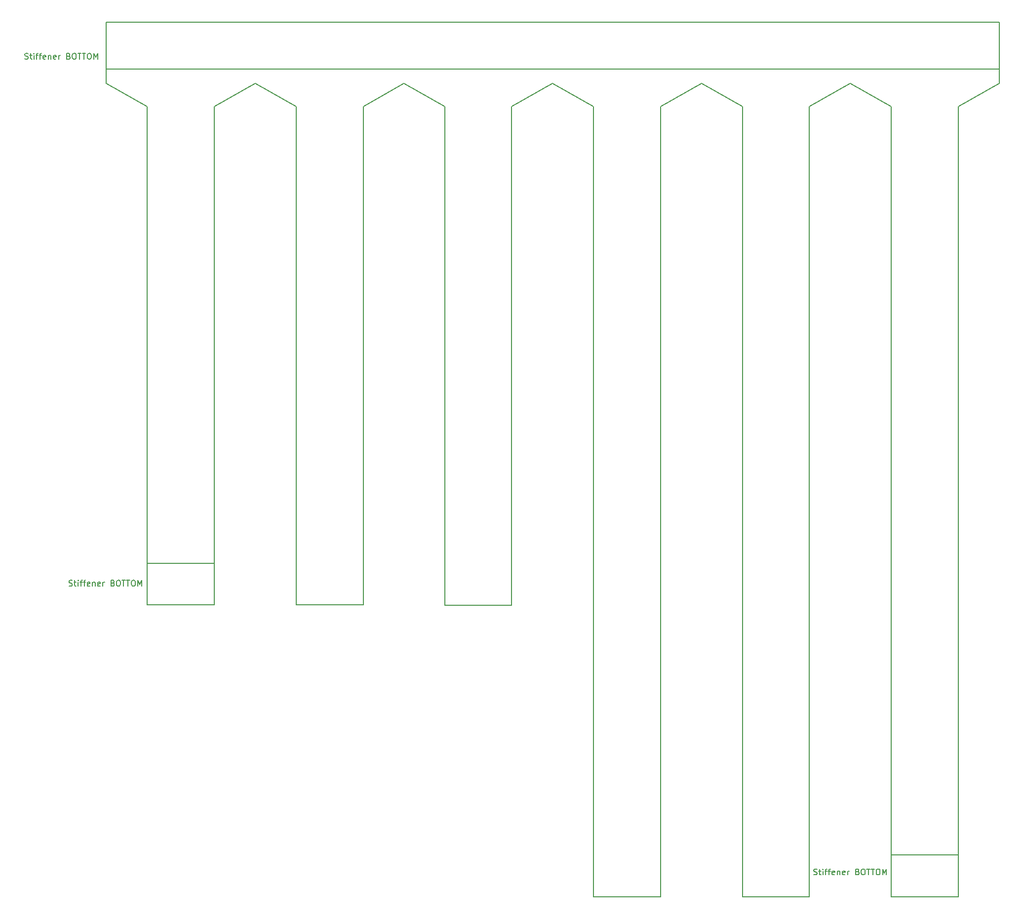
<source format=gbr>
%TF.GenerationSoftware,KiCad,Pcbnew,5.1.5+dfsg1-2~bpo10+1*%
%TF.CreationDate,2020-08-19T00:00:04+02:00*%
%TF.ProjectId,antmicro-alvium-flex-csi-adapter,616e746d-6963-4726-9f2d-616c7669756d,1.0.1*%
%TF.SameCoordinates,Original*%
%TF.FileFunction,Other,Fab,Bot*%
%FSLAX46Y46*%
G04 Gerber Fmt 4.6, Leading zero omitted, Abs format (unit mm)*
G04 Created by KiCad (PCBNEW 5.1.5+dfsg1-2~bpo10+1) date 2020-08-19 00:00:04 commit e5c3baf*
%MOMM*%
%LPD*%
G04 APERTURE LIST*
%ADD10C,0.150000*%
G04 APERTURE END LIST*
D10*
X296459500Y-214832000D02*
X285059500Y-214832000D01*
X271719095Y-211045761D02*
X271861952Y-211093380D01*
X272100047Y-211093380D01*
X272195285Y-211045761D01*
X272242904Y-210998142D01*
X272290523Y-210902904D01*
X272290523Y-210807666D01*
X272242904Y-210712428D01*
X272195285Y-210664809D01*
X272100047Y-210617190D01*
X271909571Y-210569571D01*
X271814333Y-210521952D01*
X271766714Y-210474333D01*
X271719095Y-210379095D01*
X271719095Y-210283857D01*
X271766714Y-210188619D01*
X271814333Y-210141000D01*
X271909571Y-210093380D01*
X272147666Y-210093380D01*
X272290523Y-210141000D01*
X272576238Y-210426714D02*
X272957190Y-210426714D01*
X272719095Y-210093380D02*
X272719095Y-210950523D01*
X272766714Y-211045761D01*
X272861952Y-211093380D01*
X272957190Y-211093380D01*
X273290523Y-211093380D02*
X273290523Y-210426714D01*
X273290523Y-210093380D02*
X273242904Y-210141000D01*
X273290523Y-210188619D01*
X273338142Y-210141000D01*
X273290523Y-210093380D01*
X273290523Y-210188619D01*
X273623857Y-210426714D02*
X274004809Y-210426714D01*
X273766714Y-211093380D02*
X273766714Y-210236238D01*
X273814333Y-210141000D01*
X273909571Y-210093380D01*
X274004809Y-210093380D01*
X274195285Y-210426714D02*
X274576238Y-210426714D01*
X274338142Y-211093380D02*
X274338142Y-210236238D01*
X274385761Y-210141000D01*
X274481000Y-210093380D01*
X274576238Y-210093380D01*
X275290523Y-211045761D02*
X275195285Y-211093380D01*
X275004809Y-211093380D01*
X274909571Y-211045761D01*
X274861952Y-210950523D01*
X274861952Y-210569571D01*
X274909571Y-210474333D01*
X275004809Y-210426714D01*
X275195285Y-210426714D01*
X275290523Y-210474333D01*
X275338142Y-210569571D01*
X275338142Y-210664809D01*
X274861952Y-210760047D01*
X275766714Y-210426714D02*
X275766714Y-211093380D01*
X275766714Y-210521952D02*
X275814333Y-210474333D01*
X275909571Y-210426714D01*
X276052428Y-210426714D01*
X276147666Y-210474333D01*
X276195285Y-210569571D01*
X276195285Y-211093380D01*
X277052428Y-211045761D02*
X276957190Y-211093380D01*
X276766714Y-211093380D01*
X276671476Y-211045761D01*
X276623857Y-210950523D01*
X276623857Y-210569571D01*
X276671476Y-210474333D01*
X276766714Y-210426714D01*
X276957190Y-210426714D01*
X277052428Y-210474333D01*
X277100047Y-210569571D01*
X277100047Y-210664809D01*
X276623857Y-210760047D01*
X277528619Y-211093380D02*
X277528619Y-210426714D01*
X277528619Y-210617190D02*
X277576238Y-210521952D01*
X277623857Y-210474333D01*
X277719095Y-210426714D01*
X277814333Y-210426714D01*
X279242904Y-210569571D02*
X279385761Y-210617190D01*
X279433380Y-210664809D01*
X279481000Y-210760047D01*
X279481000Y-210902904D01*
X279433380Y-210998142D01*
X279385761Y-211045761D01*
X279290523Y-211093380D01*
X278909571Y-211093380D01*
X278909571Y-210093380D01*
X279242904Y-210093380D01*
X279338142Y-210141000D01*
X279385761Y-210188619D01*
X279433380Y-210283857D01*
X279433380Y-210379095D01*
X279385761Y-210474333D01*
X279338142Y-210521952D01*
X279242904Y-210569571D01*
X278909571Y-210569571D01*
X280100047Y-210093380D02*
X280290523Y-210093380D01*
X280385761Y-210141000D01*
X280481000Y-210236238D01*
X280528619Y-210426714D01*
X280528619Y-210760047D01*
X280481000Y-210950523D01*
X280385761Y-211045761D01*
X280290523Y-211093380D01*
X280100047Y-211093380D01*
X280004809Y-211045761D01*
X279909571Y-210950523D01*
X279861952Y-210760047D01*
X279861952Y-210426714D01*
X279909571Y-210236238D01*
X280004809Y-210141000D01*
X280100047Y-210093380D01*
X280814333Y-210093380D02*
X281385761Y-210093380D01*
X281100047Y-211093380D02*
X281100047Y-210093380D01*
X281576238Y-210093380D02*
X282147666Y-210093380D01*
X281861952Y-211093380D02*
X281861952Y-210093380D01*
X282671476Y-210093380D02*
X282861952Y-210093380D01*
X282957190Y-210141000D01*
X283052428Y-210236238D01*
X283100047Y-210426714D01*
X283100047Y-210760047D01*
X283052428Y-210950523D01*
X282957190Y-211045761D01*
X282861952Y-211093380D01*
X282671476Y-211093380D01*
X282576238Y-211045761D01*
X282481000Y-210950523D01*
X282433380Y-210760047D01*
X282433380Y-210426714D01*
X282481000Y-210236238D01*
X282576238Y-210141000D01*
X282671476Y-210093380D01*
X283528619Y-211093380D02*
X283528619Y-210093380D01*
X283861952Y-210807666D01*
X284195285Y-210093380D01*
X284195285Y-211093380D01*
X296436000Y-207636000D02*
X285036000Y-207636000D01*
X285016000Y-214846000D02*
X296516000Y-214846000D01*
X303536000Y-64736000D02*
X303536000Y-75260000D01*
X278009000Y-75260000D02*
X285016000Y-79260000D01*
X296516000Y-79260000D02*
X303536000Y-75260000D01*
X285016000Y-214846000D02*
X285016000Y-79260000D01*
X296516000Y-214846000D02*
X296516000Y-79260000D01*
X136440095Y-71040761D02*
X136582952Y-71088380D01*
X136821047Y-71088380D01*
X136916285Y-71040761D01*
X136963904Y-70993142D01*
X137011523Y-70897904D01*
X137011523Y-70802666D01*
X136963904Y-70707428D01*
X136916285Y-70659809D01*
X136821047Y-70612190D01*
X136630571Y-70564571D01*
X136535333Y-70516952D01*
X136487714Y-70469333D01*
X136440095Y-70374095D01*
X136440095Y-70278857D01*
X136487714Y-70183619D01*
X136535333Y-70136000D01*
X136630571Y-70088380D01*
X136868666Y-70088380D01*
X137011523Y-70136000D01*
X137297238Y-70421714D02*
X137678190Y-70421714D01*
X137440095Y-70088380D02*
X137440095Y-70945523D01*
X137487714Y-71040761D01*
X137582952Y-71088380D01*
X137678190Y-71088380D01*
X138011523Y-71088380D02*
X138011523Y-70421714D01*
X138011523Y-70088380D02*
X137963904Y-70136000D01*
X138011523Y-70183619D01*
X138059142Y-70136000D01*
X138011523Y-70088380D01*
X138011523Y-70183619D01*
X138344857Y-70421714D02*
X138725809Y-70421714D01*
X138487714Y-71088380D02*
X138487714Y-70231238D01*
X138535333Y-70136000D01*
X138630571Y-70088380D01*
X138725809Y-70088380D01*
X138916285Y-70421714D02*
X139297238Y-70421714D01*
X139059142Y-71088380D02*
X139059142Y-70231238D01*
X139106761Y-70136000D01*
X139202000Y-70088380D01*
X139297238Y-70088380D01*
X140011523Y-71040761D02*
X139916285Y-71088380D01*
X139725809Y-71088380D01*
X139630571Y-71040761D01*
X139582952Y-70945523D01*
X139582952Y-70564571D01*
X139630571Y-70469333D01*
X139725809Y-70421714D01*
X139916285Y-70421714D01*
X140011523Y-70469333D01*
X140059142Y-70564571D01*
X140059142Y-70659809D01*
X139582952Y-70755047D01*
X140487714Y-70421714D02*
X140487714Y-71088380D01*
X140487714Y-70516952D02*
X140535333Y-70469333D01*
X140630571Y-70421714D01*
X140773428Y-70421714D01*
X140868666Y-70469333D01*
X140916285Y-70564571D01*
X140916285Y-71088380D01*
X141773428Y-71040761D02*
X141678190Y-71088380D01*
X141487714Y-71088380D01*
X141392476Y-71040761D01*
X141344857Y-70945523D01*
X141344857Y-70564571D01*
X141392476Y-70469333D01*
X141487714Y-70421714D01*
X141678190Y-70421714D01*
X141773428Y-70469333D01*
X141821047Y-70564571D01*
X141821047Y-70659809D01*
X141344857Y-70755047D01*
X142249619Y-71088380D02*
X142249619Y-70421714D01*
X142249619Y-70612190D02*
X142297238Y-70516952D01*
X142344857Y-70469333D01*
X142440095Y-70421714D01*
X142535333Y-70421714D01*
X143963904Y-70564571D02*
X144106761Y-70612190D01*
X144154380Y-70659809D01*
X144202000Y-70755047D01*
X144202000Y-70897904D01*
X144154380Y-70993142D01*
X144106761Y-71040761D01*
X144011523Y-71088380D01*
X143630571Y-71088380D01*
X143630571Y-70088380D01*
X143963904Y-70088380D01*
X144059142Y-70136000D01*
X144106761Y-70183619D01*
X144154380Y-70278857D01*
X144154380Y-70374095D01*
X144106761Y-70469333D01*
X144059142Y-70516952D01*
X143963904Y-70564571D01*
X143630571Y-70564571D01*
X144821047Y-70088380D02*
X145011523Y-70088380D01*
X145106761Y-70136000D01*
X145202000Y-70231238D01*
X145249619Y-70421714D01*
X145249619Y-70755047D01*
X145202000Y-70945523D01*
X145106761Y-71040761D01*
X145011523Y-71088380D01*
X144821047Y-71088380D01*
X144725809Y-71040761D01*
X144630571Y-70945523D01*
X144582952Y-70755047D01*
X144582952Y-70421714D01*
X144630571Y-70231238D01*
X144725809Y-70136000D01*
X144821047Y-70088380D01*
X145535333Y-70088380D02*
X146106761Y-70088380D01*
X145821047Y-71088380D02*
X145821047Y-70088380D01*
X146297238Y-70088380D02*
X146868666Y-70088380D01*
X146582952Y-71088380D02*
X146582952Y-70088380D01*
X147392476Y-70088380D02*
X147582952Y-70088380D01*
X147678190Y-70136000D01*
X147773428Y-70231238D01*
X147821047Y-70421714D01*
X147821047Y-70755047D01*
X147773428Y-70945523D01*
X147678190Y-71040761D01*
X147582952Y-71088380D01*
X147392476Y-71088380D01*
X147297238Y-71040761D01*
X147202000Y-70945523D01*
X147154380Y-70755047D01*
X147154380Y-70421714D01*
X147202000Y-70231238D01*
X147297238Y-70136000D01*
X147392476Y-70088380D01*
X148249619Y-71088380D02*
X148249619Y-70088380D01*
X148582952Y-70802666D01*
X148916285Y-70088380D01*
X148916285Y-71088380D01*
X168902000Y-157636000D02*
X157502000Y-157636000D01*
X168962000Y-164776000D02*
X157452000Y-164776000D01*
X168952000Y-79250000D02*
X175929000Y-75250000D01*
X150402000Y-64736000D02*
X150402000Y-75250000D01*
X157452000Y-164786000D02*
X168952000Y-164786000D01*
X157452000Y-164786000D02*
X157452000Y-79250000D01*
X144010095Y-161490761D02*
X144152952Y-161538380D01*
X144391047Y-161538380D01*
X144486285Y-161490761D01*
X144533904Y-161443142D01*
X144581523Y-161347904D01*
X144581523Y-161252666D01*
X144533904Y-161157428D01*
X144486285Y-161109809D01*
X144391047Y-161062190D01*
X144200571Y-161014571D01*
X144105333Y-160966952D01*
X144057714Y-160919333D01*
X144010095Y-160824095D01*
X144010095Y-160728857D01*
X144057714Y-160633619D01*
X144105333Y-160586000D01*
X144200571Y-160538380D01*
X144438666Y-160538380D01*
X144581523Y-160586000D01*
X144867238Y-160871714D02*
X145248190Y-160871714D01*
X145010095Y-160538380D02*
X145010095Y-161395523D01*
X145057714Y-161490761D01*
X145152952Y-161538380D01*
X145248190Y-161538380D01*
X145581523Y-161538380D02*
X145581523Y-160871714D01*
X145581523Y-160538380D02*
X145533904Y-160586000D01*
X145581523Y-160633619D01*
X145629142Y-160586000D01*
X145581523Y-160538380D01*
X145581523Y-160633619D01*
X145914857Y-160871714D02*
X146295809Y-160871714D01*
X146057714Y-161538380D02*
X146057714Y-160681238D01*
X146105333Y-160586000D01*
X146200571Y-160538380D01*
X146295809Y-160538380D01*
X146486285Y-160871714D02*
X146867238Y-160871714D01*
X146629142Y-161538380D02*
X146629142Y-160681238D01*
X146676761Y-160586000D01*
X146772000Y-160538380D01*
X146867238Y-160538380D01*
X147581523Y-161490761D02*
X147486285Y-161538380D01*
X147295809Y-161538380D01*
X147200571Y-161490761D01*
X147152952Y-161395523D01*
X147152952Y-161014571D01*
X147200571Y-160919333D01*
X147295809Y-160871714D01*
X147486285Y-160871714D01*
X147581523Y-160919333D01*
X147629142Y-161014571D01*
X147629142Y-161109809D01*
X147152952Y-161205047D01*
X148057714Y-160871714D02*
X148057714Y-161538380D01*
X148057714Y-160966952D02*
X148105333Y-160919333D01*
X148200571Y-160871714D01*
X148343428Y-160871714D01*
X148438666Y-160919333D01*
X148486285Y-161014571D01*
X148486285Y-161538380D01*
X149343428Y-161490761D02*
X149248190Y-161538380D01*
X149057714Y-161538380D01*
X148962476Y-161490761D01*
X148914857Y-161395523D01*
X148914857Y-161014571D01*
X148962476Y-160919333D01*
X149057714Y-160871714D01*
X149248190Y-160871714D01*
X149343428Y-160919333D01*
X149391047Y-161014571D01*
X149391047Y-161109809D01*
X148914857Y-161205047D01*
X149819619Y-161538380D02*
X149819619Y-160871714D01*
X149819619Y-161062190D02*
X149867238Y-160966952D01*
X149914857Y-160919333D01*
X150010095Y-160871714D01*
X150105333Y-160871714D01*
X151533904Y-161014571D02*
X151676761Y-161062190D01*
X151724380Y-161109809D01*
X151772000Y-161205047D01*
X151772000Y-161347904D01*
X151724380Y-161443142D01*
X151676761Y-161490761D01*
X151581523Y-161538380D01*
X151200571Y-161538380D01*
X151200571Y-160538380D01*
X151533904Y-160538380D01*
X151629142Y-160586000D01*
X151676761Y-160633619D01*
X151724380Y-160728857D01*
X151724380Y-160824095D01*
X151676761Y-160919333D01*
X151629142Y-160966952D01*
X151533904Y-161014571D01*
X151200571Y-161014571D01*
X152391047Y-160538380D02*
X152581523Y-160538380D01*
X152676761Y-160586000D01*
X152772000Y-160681238D01*
X152819619Y-160871714D01*
X152819619Y-161205047D01*
X152772000Y-161395523D01*
X152676761Y-161490761D01*
X152581523Y-161538380D01*
X152391047Y-161538380D01*
X152295809Y-161490761D01*
X152200571Y-161395523D01*
X152152952Y-161205047D01*
X152152952Y-160871714D01*
X152200571Y-160681238D01*
X152295809Y-160586000D01*
X152391047Y-160538380D01*
X153105333Y-160538380D02*
X153676761Y-160538380D01*
X153391047Y-161538380D02*
X153391047Y-160538380D01*
X153867238Y-160538380D02*
X154438666Y-160538380D01*
X154152952Y-161538380D02*
X154152952Y-160538380D01*
X154962476Y-160538380D02*
X155152952Y-160538380D01*
X155248190Y-160586000D01*
X155343428Y-160681238D01*
X155391047Y-160871714D01*
X155391047Y-161205047D01*
X155343428Y-161395523D01*
X155248190Y-161490761D01*
X155152952Y-161538380D01*
X154962476Y-161538380D01*
X154867238Y-161490761D01*
X154772000Y-161395523D01*
X154724380Y-161205047D01*
X154724380Y-160871714D01*
X154772000Y-160681238D01*
X154867238Y-160586000D01*
X154962476Y-160538380D01*
X155819619Y-161538380D02*
X155819619Y-160538380D01*
X156152952Y-161252666D01*
X156486285Y-160538380D01*
X156486285Y-161538380D01*
X168952000Y-164786000D02*
X168952000Y-79250000D01*
X150402000Y-75250000D02*
X157452000Y-79250000D01*
X233949000Y-214846000D02*
X233949000Y-79260000D01*
X150409500Y-64781500D02*
X303508000Y-64781500D01*
X150409500Y-72782500D02*
X303508000Y-72782500D01*
X252469000Y-75260000D02*
X259489000Y-79260000D01*
X270989000Y-214846000D02*
X270989000Y-79260000D01*
X259489000Y-214846000D02*
X270989000Y-214846000D01*
X259489000Y-214846000D02*
X259489000Y-79260000D01*
X270989000Y-79260000D02*
X278009000Y-75260000D01*
X226949000Y-75250000D02*
X233949000Y-79260000D01*
X233949000Y-214846000D02*
X245449000Y-214846000D01*
X245449000Y-214846000D02*
X245449000Y-79260000D01*
X245449000Y-79260000D02*
X252469000Y-75260000D01*
X208429000Y-79250000D02*
X201429000Y-75250000D01*
X219929000Y-79250000D02*
X226949000Y-75250000D01*
X208429000Y-164836000D02*
X208429000Y-79250000D01*
X219929000Y-164836000D02*
X219929000Y-79250000D01*
X208429000Y-164836000D02*
X219929000Y-164836000D01*
X194479000Y-79250000D02*
X201429000Y-75250000D01*
X175929000Y-75250000D02*
X182979000Y-79250000D01*
X194479000Y-164786000D02*
X194479000Y-79250000D01*
X182979000Y-164786000D02*
X182979000Y-79250000D01*
X182979000Y-164786000D02*
X194479000Y-164786000D01*
X150402000Y-64736000D02*
X303536000Y-64736000D01*
M02*

</source>
